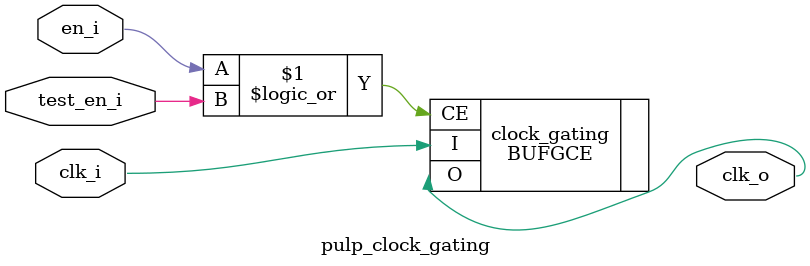
<source format=sv>
`timescale 1ns / 1ps


module pulp_clock_gating
(
    input  logic clk_i,
    input  logic en_i,
    input  logic test_en_i,
    output logic clk_o
);
    
    BUFGCE clock_gating
    (
        .I  (clk_i),
        .CE (en_i || test_en_i),
        .O  (clk_o)
    );
    
endmodule

</source>
